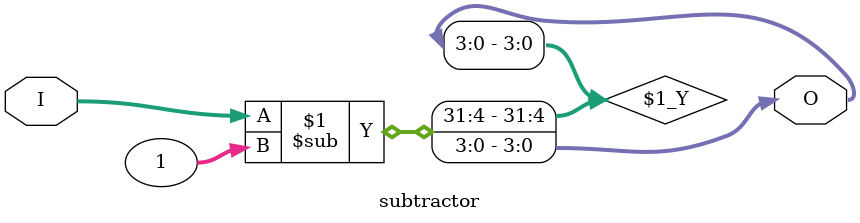
<source format=v>
module subtractor (
    input wire [3:0] I,
    output wire [3:0] O
);
assign O = I - 1;    
endmodule



</source>
